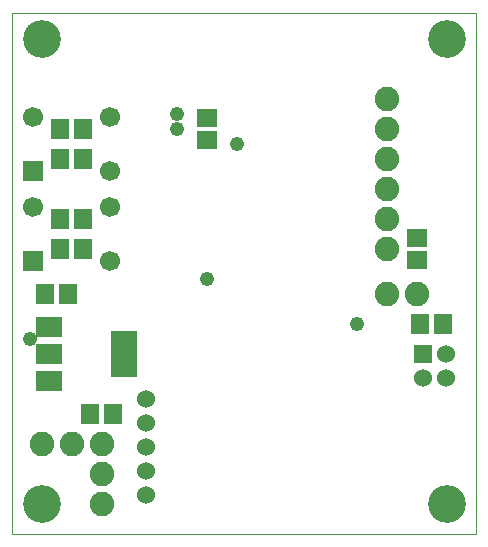
<source format=gbs>
G75*
%MOIN*%
%OFA0B0*%
%FSLAX25Y25*%
%IPPOS*%
%LPD*%
%AMOC8*
5,1,8,0,0,1.08239X$1,22.5*
%
%ADD10C,0.00000*%
%ADD11C,0.12611*%
%ADD12C,0.08200*%
%ADD13C,0.06698*%
%ADD14R,0.06698X0.06698*%
%ADD15R,0.05918X0.06706*%
%ADD16R,0.06706X0.05918*%
%ADD17R,0.06000X0.06000*%
%ADD18C,0.06000*%
%ADD19R,0.08674X0.06706*%
%ADD20R,0.08674X0.15761*%
%ADD21C,0.04762*%
D10*
X0001500Y0001500D02*
X0001500Y0175201D01*
X0156421Y0175201D01*
X0156421Y0001500D01*
X0001500Y0001500D01*
X0005595Y0011500D02*
X0005597Y0011653D01*
X0005603Y0011806D01*
X0005613Y0011959D01*
X0005627Y0012112D01*
X0005645Y0012264D01*
X0005667Y0012416D01*
X0005692Y0012567D01*
X0005722Y0012718D01*
X0005755Y0012867D01*
X0005793Y0013016D01*
X0005834Y0013164D01*
X0005879Y0013310D01*
X0005928Y0013455D01*
X0005981Y0013599D01*
X0006037Y0013742D01*
X0006097Y0013883D01*
X0006161Y0014023D01*
X0006228Y0014160D01*
X0006299Y0014296D01*
X0006373Y0014430D01*
X0006451Y0014562D01*
X0006532Y0014692D01*
X0006617Y0014820D01*
X0006705Y0014946D01*
X0006796Y0015069D01*
X0006890Y0015190D01*
X0006987Y0015309D01*
X0007088Y0015425D01*
X0007191Y0015538D01*
X0007298Y0015648D01*
X0007407Y0015756D01*
X0007518Y0015861D01*
X0007633Y0015963D01*
X0007750Y0016062D01*
X0007870Y0016157D01*
X0007992Y0016250D01*
X0008117Y0016340D01*
X0008243Y0016426D01*
X0008372Y0016509D01*
X0008503Y0016588D01*
X0008636Y0016664D01*
X0008771Y0016737D01*
X0008908Y0016806D01*
X0009047Y0016871D01*
X0009187Y0016933D01*
X0009329Y0016991D01*
X0009472Y0017046D01*
X0009617Y0017097D01*
X0009763Y0017144D01*
X0009910Y0017187D01*
X0010058Y0017226D01*
X0010207Y0017262D01*
X0010357Y0017293D01*
X0010508Y0017321D01*
X0010660Y0017345D01*
X0010812Y0017365D01*
X0010964Y0017381D01*
X0011117Y0017393D01*
X0011270Y0017401D01*
X0011423Y0017405D01*
X0011577Y0017405D01*
X0011730Y0017401D01*
X0011883Y0017393D01*
X0012036Y0017381D01*
X0012188Y0017365D01*
X0012340Y0017345D01*
X0012492Y0017321D01*
X0012643Y0017293D01*
X0012793Y0017262D01*
X0012942Y0017226D01*
X0013090Y0017187D01*
X0013237Y0017144D01*
X0013383Y0017097D01*
X0013528Y0017046D01*
X0013671Y0016991D01*
X0013813Y0016933D01*
X0013953Y0016871D01*
X0014092Y0016806D01*
X0014229Y0016737D01*
X0014364Y0016664D01*
X0014497Y0016588D01*
X0014628Y0016509D01*
X0014757Y0016426D01*
X0014883Y0016340D01*
X0015008Y0016250D01*
X0015130Y0016157D01*
X0015250Y0016062D01*
X0015367Y0015963D01*
X0015482Y0015861D01*
X0015593Y0015756D01*
X0015702Y0015648D01*
X0015809Y0015538D01*
X0015912Y0015425D01*
X0016013Y0015309D01*
X0016110Y0015190D01*
X0016204Y0015069D01*
X0016295Y0014946D01*
X0016383Y0014820D01*
X0016468Y0014692D01*
X0016549Y0014562D01*
X0016627Y0014430D01*
X0016701Y0014296D01*
X0016772Y0014160D01*
X0016839Y0014023D01*
X0016903Y0013883D01*
X0016963Y0013742D01*
X0017019Y0013599D01*
X0017072Y0013455D01*
X0017121Y0013310D01*
X0017166Y0013164D01*
X0017207Y0013016D01*
X0017245Y0012867D01*
X0017278Y0012718D01*
X0017308Y0012567D01*
X0017333Y0012416D01*
X0017355Y0012264D01*
X0017373Y0012112D01*
X0017387Y0011959D01*
X0017397Y0011806D01*
X0017403Y0011653D01*
X0017405Y0011500D01*
X0017403Y0011347D01*
X0017397Y0011194D01*
X0017387Y0011041D01*
X0017373Y0010888D01*
X0017355Y0010736D01*
X0017333Y0010584D01*
X0017308Y0010433D01*
X0017278Y0010282D01*
X0017245Y0010133D01*
X0017207Y0009984D01*
X0017166Y0009836D01*
X0017121Y0009690D01*
X0017072Y0009545D01*
X0017019Y0009401D01*
X0016963Y0009258D01*
X0016903Y0009117D01*
X0016839Y0008977D01*
X0016772Y0008840D01*
X0016701Y0008704D01*
X0016627Y0008570D01*
X0016549Y0008438D01*
X0016468Y0008308D01*
X0016383Y0008180D01*
X0016295Y0008054D01*
X0016204Y0007931D01*
X0016110Y0007810D01*
X0016013Y0007691D01*
X0015912Y0007575D01*
X0015809Y0007462D01*
X0015702Y0007352D01*
X0015593Y0007244D01*
X0015482Y0007139D01*
X0015367Y0007037D01*
X0015250Y0006938D01*
X0015130Y0006843D01*
X0015008Y0006750D01*
X0014883Y0006660D01*
X0014757Y0006574D01*
X0014628Y0006491D01*
X0014497Y0006412D01*
X0014364Y0006336D01*
X0014229Y0006263D01*
X0014092Y0006194D01*
X0013953Y0006129D01*
X0013813Y0006067D01*
X0013671Y0006009D01*
X0013528Y0005954D01*
X0013383Y0005903D01*
X0013237Y0005856D01*
X0013090Y0005813D01*
X0012942Y0005774D01*
X0012793Y0005738D01*
X0012643Y0005707D01*
X0012492Y0005679D01*
X0012340Y0005655D01*
X0012188Y0005635D01*
X0012036Y0005619D01*
X0011883Y0005607D01*
X0011730Y0005599D01*
X0011577Y0005595D01*
X0011423Y0005595D01*
X0011270Y0005599D01*
X0011117Y0005607D01*
X0010964Y0005619D01*
X0010812Y0005635D01*
X0010660Y0005655D01*
X0010508Y0005679D01*
X0010357Y0005707D01*
X0010207Y0005738D01*
X0010058Y0005774D01*
X0009910Y0005813D01*
X0009763Y0005856D01*
X0009617Y0005903D01*
X0009472Y0005954D01*
X0009329Y0006009D01*
X0009187Y0006067D01*
X0009047Y0006129D01*
X0008908Y0006194D01*
X0008771Y0006263D01*
X0008636Y0006336D01*
X0008503Y0006412D01*
X0008372Y0006491D01*
X0008243Y0006574D01*
X0008117Y0006660D01*
X0007992Y0006750D01*
X0007870Y0006843D01*
X0007750Y0006938D01*
X0007633Y0007037D01*
X0007518Y0007139D01*
X0007407Y0007244D01*
X0007298Y0007352D01*
X0007191Y0007462D01*
X0007088Y0007575D01*
X0006987Y0007691D01*
X0006890Y0007810D01*
X0006796Y0007931D01*
X0006705Y0008054D01*
X0006617Y0008180D01*
X0006532Y0008308D01*
X0006451Y0008438D01*
X0006373Y0008570D01*
X0006299Y0008704D01*
X0006228Y0008840D01*
X0006161Y0008977D01*
X0006097Y0009117D01*
X0006037Y0009258D01*
X0005981Y0009401D01*
X0005928Y0009545D01*
X0005879Y0009690D01*
X0005834Y0009836D01*
X0005793Y0009984D01*
X0005755Y0010133D01*
X0005722Y0010282D01*
X0005692Y0010433D01*
X0005667Y0010584D01*
X0005645Y0010736D01*
X0005627Y0010888D01*
X0005613Y0011041D01*
X0005603Y0011194D01*
X0005597Y0011347D01*
X0005595Y0011500D01*
X0005595Y0166500D02*
X0005597Y0166653D01*
X0005603Y0166806D01*
X0005613Y0166959D01*
X0005627Y0167112D01*
X0005645Y0167264D01*
X0005667Y0167416D01*
X0005692Y0167567D01*
X0005722Y0167718D01*
X0005755Y0167867D01*
X0005793Y0168016D01*
X0005834Y0168164D01*
X0005879Y0168310D01*
X0005928Y0168455D01*
X0005981Y0168599D01*
X0006037Y0168742D01*
X0006097Y0168883D01*
X0006161Y0169023D01*
X0006228Y0169160D01*
X0006299Y0169296D01*
X0006373Y0169430D01*
X0006451Y0169562D01*
X0006532Y0169692D01*
X0006617Y0169820D01*
X0006705Y0169946D01*
X0006796Y0170069D01*
X0006890Y0170190D01*
X0006987Y0170309D01*
X0007088Y0170425D01*
X0007191Y0170538D01*
X0007298Y0170648D01*
X0007407Y0170756D01*
X0007518Y0170861D01*
X0007633Y0170963D01*
X0007750Y0171062D01*
X0007870Y0171157D01*
X0007992Y0171250D01*
X0008117Y0171340D01*
X0008243Y0171426D01*
X0008372Y0171509D01*
X0008503Y0171588D01*
X0008636Y0171664D01*
X0008771Y0171737D01*
X0008908Y0171806D01*
X0009047Y0171871D01*
X0009187Y0171933D01*
X0009329Y0171991D01*
X0009472Y0172046D01*
X0009617Y0172097D01*
X0009763Y0172144D01*
X0009910Y0172187D01*
X0010058Y0172226D01*
X0010207Y0172262D01*
X0010357Y0172293D01*
X0010508Y0172321D01*
X0010660Y0172345D01*
X0010812Y0172365D01*
X0010964Y0172381D01*
X0011117Y0172393D01*
X0011270Y0172401D01*
X0011423Y0172405D01*
X0011577Y0172405D01*
X0011730Y0172401D01*
X0011883Y0172393D01*
X0012036Y0172381D01*
X0012188Y0172365D01*
X0012340Y0172345D01*
X0012492Y0172321D01*
X0012643Y0172293D01*
X0012793Y0172262D01*
X0012942Y0172226D01*
X0013090Y0172187D01*
X0013237Y0172144D01*
X0013383Y0172097D01*
X0013528Y0172046D01*
X0013671Y0171991D01*
X0013813Y0171933D01*
X0013953Y0171871D01*
X0014092Y0171806D01*
X0014229Y0171737D01*
X0014364Y0171664D01*
X0014497Y0171588D01*
X0014628Y0171509D01*
X0014757Y0171426D01*
X0014883Y0171340D01*
X0015008Y0171250D01*
X0015130Y0171157D01*
X0015250Y0171062D01*
X0015367Y0170963D01*
X0015482Y0170861D01*
X0015593Y0170756D01*
X0015702Y0170648D01*
X0015809Y0170538D01*
X0015912Y0170425D01*
X0016013Y0170309D01*
X0016110Y0170190D01*
X0016204Y0170069D01*
X0016295Y0169946D01*
X0016383Y0169820D01*
X0016468Y0169692D01*
X0016549Y0169562D01*
X0016627Y0169430D01*
X0016701Y0169296D01*
X0016772Y0169160D01*
X0016839Y0169023D01*
X0016903Y0168883D01*
X0016963Y0168742D01*
X0017019Y0168599D01*
X0017072Y0168455D01*
X0017121Y0168310D01*
X0017166Y0168164D01*
X0017207Y0168016D01*
X0017245Y0167867D01*
X0017278Y0167718D01*
X0017308Y0167567D01*
X0017333Y0167416D01*
X0017355Y0167264D01*
X0017373Y0167112D01*
X0017387Y0166959D01*
X0017397Y0166806D01*
X0017403Y0166653D01*
X0017405Y0166500D01*
X0017403Y0166347D01*
X0017397Y0166194D01*
X0017387Y0166041D01*
X0017373Y0165888D01*
X0017355Y0165736D01*
X0017333Y0165584D01*
X0017308Y0165433D01*
X0017278Y0165282D01*
X0017245Y0165133D01*
X0017207Y0164984D01*
X0017166Y0164836D01*
X0017121Y0164690D01*
X0017072Y0164545D01*
X0017019Y0164401D01*
X0016963Y0164258D01*
X0016903Y0164117D01*
X0016839Y0163977D01*
X0016772Y0163840D01*
X0016701Y0163704D01*
X0016627Y0163570D01*
X0016549Y0163438D01*
X0016468Y0163308D01*
X0016383Y0163180D01*
X0016295Y0163054D01*
X0016204Y0162931D01*
X0016110Y0162810D01*
X0016013Y0162691D01*
X0015912Y0162575D01*
X0015809Y0162462D01*
X0015702Y0162352D01*
X0015593Y0162244D01*
X0015482Y0162139D01*
X0015367Y0162037D01*
X0015250Y0161938D01*
X0015130Y0161843D01*
X0015008Y0161750D01*
X0014883Y0161660D01*
X0014757Y0161574D01*
X0014628Y0161491D01*
X0014497Y0161412D01*
X0014364Y0161336D01*
X0014229Y0161263D01*
X0014092Y0161194D01*
X0013953Y0161129D01*
X0013813Y0161067D01*
X0013671Y0161009D01*
X0013528Y0160954D01*
X0013383Y0160903D01*
X0013237Y0160856D01*
X0013090Y0160813D01*
X0012942Y0160774D01*
X0012793Y0160738D01*
X0012643Y0160707D01*
X0012492Y0160679D01*
X0012340Y0160655D01*
X0012188Y0160635D01*
X0012036Y0160619D01*
X0011883Y0160607D01*
X0011730Y0160599D01*
X0011577Y0160595D01*
X0011423Y0160595D01*
X0011270Y0160599D01*
X0011117Y0160607D01*
X0010964Y0160619D01*
X0010812Y0160635D01*
X0010660Y0160655D01*
X0010508Y0160679D01*
X0010357Y0160707D01*
X0010207Y0160738D01*
X0010058Y0160774D01*
X0009910Y0160813D01*
X0009763Y0160856D01*
X0009617Y0160903D01*
X0009472Y0160954D01*
X0009329Y0161009D01*
X0009187Y0161067D01*
X0009047Y0161129D01*
X0008908Y0161194D01*
X0008771Y0161263D01*
X0008636Y0161336D01*
X0008503Y0161412D01*
X0008372Y0161491D01*
X0008243Y0161574D01*
X0008117Y0161660D01*
X0007992Y0161750D01*
X0007870Y0161843D01*
X0007750Y0161938D01*
X0007633Y0162037D01*
X0007518Y0162139D01*
X0007407Y0162244D01*
X0007298Y0162352D01*
X0007191Y0162462D01*
X0007088Y0162575D01*
X0006987Y0162691D01*
X0006890Y0162810D01*
X0006796Y0162931D01*
X0006705Y0163054D01*
X0006617Y0163180D01*
X0006532Y0163308D01*
X0006451Y0163438D01*
X0006373Y0163570D01*
X0006299Y0163704D01*
X0006228Y0163840D01*
X0006161Y0163977D01*
X0006097Y0164117D01*
X0006037Y0164258D01*
X0005981Y0164401D01*
X0005928Y0164545D01*
X0005879Y0164690D01*
X0005834Y0164836D01*
X0005793Y0164984D01*
X0005755Y0165133D01*
X0005722Y0165282D01*
X0005692Y0165433D01*
X0005667Y0165584D01*
X0005645Y0165736D01*
X0005627Y0165888D01*
X0005613Y0166041D01*
X0005603Y0166194D01*
X0005597Y0166347D01*
X0005595Y0166500D01*
X0140595Y0166500D02*
X0140597Y0166653D01*
X0140603Y0166806D01*
X0140613Y0166959D01*
X0140627Y0167112D01*
X0140645Y0167264D01*
X0140667Y0167416D01*
X0140692Y0167567D01*
X0140722Y0167718D01*
X0140755Y0167867D01*
X0140793Y0168016D01*
X0140834Y0168164D01*
X0140879Y0168310D01*
X0140928Y0168455D01*
X0140981Y0168599D01*
X0141037Y0168742D01*
X0141097Y0168883D01*
X0141161Y0169023D01*
X0141228Y0169160D01*
X0141299Y0169296D01*
X0141373Y0169430D01*
X0141451Y0169562D01*
X0141532Y0169692D01*
X0141617Y0169820D01*
X0141705Y0169946D01*
X0141796Y0170069D01*
X0141890Y0170190D01*
X0141987Y0170309D01*
X0142088Y0170425D01*
X0142191Y0170538D01*
X0142298Y0170648D01*
X0142407Y0170756D01*
X0142518Y0170861D01*
X0142633Y0170963D01*
X0142750Y0171062D01*
X0142870Y0171157D01*
X0142992Y0171250D01*
X0143117Y0171340D01*
X0143243Y0171426D01*
X0143372Y0171509D01*
X0143503Y0171588D01*
X0143636Y0171664D01*
X0143771Y0171737D01*
X0143908Y0171806D01*
X0144047Y0171871D01*
X0144187Y0171933D01*
X0144329Y0171991D01*
X0144472Y0172046D01*
X0144617Y0172097D01*
X0144763Y0172144D01*
X0144910Y0172187D01*
X0145058Y0172226D01*
X0145207Y0172262D01*
X0145357Y0172293D01*
X0145508Y0172321D01*
X0145660Y0172345D01*
X0145812Y0172365D01*
X0145964Y0172381D01*
X0146117Y0172393D01*
X0146270Y0172401D01*
X0146423Y0172405D01*
X0146577Y0172405D01*
X0146730Y0172401D01*
X0146883Y0172393D01*
X0147036Y0172381D01*
X0147188Y0172365D01*
X0147340Y0172345D01*
X0147492Y0172321D01*
X0147643Y0172293D01*
X0147793Y0172262D01*
X0147942Y0172226D01*
X0148090Y0172187D01*
X0148237Y0172144D01*
X0148383Y0172097D01*
X0148528Y0172046D01*
X0148671Y0171991D01*
X0148813Y0171933D01*
X0148953Y0171871D01*
X0149092Y0171806D01*
X0149229Y0171737D01*
X0149364Y0171664D01*
X0149497Y0171588D01*
X0149628Y0171509D01*
X0149757Y0171426D01*
X0149883Y0171340D01*
X0150008Y0171250D01*
X0150130Y0171157D01*
X0150250Y0171062D01*
X0150367Y0170963D01*
X0150482Y0170861D01*
X0150593Y0170756D01*
X0150702Y0170648D01*
X0150809Y0170538D01*
X0150912Y0170425D01*
X0151013Y0170309D01*
X0151110Y0170190D01*
X0151204Y0170069D01*
X0151295Y0169946D01*
X0151383Y0169820D01*
X0151468Y0169692D01*
X0151549Y0169562D01*
X0151627Y0169430D01*
X0151701Y0169296D01*
X0151772Y0169160D01*
X0151839Y0169023D01*
X0151903Y0168883D01*
X0151963Y0168742D01*
X0152019Y0168599D01*
X0152072Y0168455D01*
X0152121Y0168310D01*
X0152166Y0168164D01*
X0152207Y0168016D01*
X0152245Y0167867D01*
X0152278Y0167718D01*
X0152308Y0167567D01*
X0152333Y0167416D01*
X0152355Y0167264D01*
X0152373Y0167112D01*
X0152387Y0166959D01*
X0152397Y0166806D01*
X0152403Y0166653D01*
X0152405Y0166500D01*
X0152403Y0166347D01*
X0152397Y0166194D01*
X0152387Y0166041D01*
X0152373Y0165888D01*
X0152355Y0165736D01*
X0152333Y0165584D01*
X0152308Y0165433D01*
X0152278Y0165282D01*
X0152245Y0165133D01*
X0152207Y0164984D01*
X0152166Y0164836D01*
X0152121Y0164690D01*
X0152072Y0164545D01*
X0152019Y0164401D01*
X0151963Y0164258D01*
X0151903Y0164117D01*
X0151839Y0163977D01*
X0151772Y0163840D01*
X0151701Y0163704D01*
X0151627Y0163570D01*
X0151549Y0163438D01*
X0151468Y0163308D01*
X0151383Y0163180D01*
X0151295Y0163054D01*
X0151204Y0162931D01*
X0151110Y0162810D01*
X0151013Y0162691D01*
X0150912Y0162575D01*
X0150809Y0162462D01*
X0150702Y0162352D01*
X0150593Y0162244D01*
X0150482Y0162139D01*
X0150367Y0162037D01*
X0150250Y0161938D01*
X0150130Y0161843D01*
X0150008Y0161750D01*
X0149883Y0161660D01*
X0149757Y0161574D01*
X0149628Y0161491D01*
X0149497Y0161412D01*
X0149364Y0161336D01*
X0149229Y0161263D01*
X0149092Y0161194D01*
X0148953Y0161129D01*
X0148813Y0161067D01*
X0148671Y0161009D01*
X0148528Y0160954D01*
X0148383Y0160903D01*
X0148237Y0160856D01*
X0148090Y0160813D01*
X0147942Y0160774D01*
X0147793Y0160738D01*
X0147643Y0160707D01*
X0147492Y0160679D01*
X0147340Y0160655D01*
X0147188Y0160635D01*
X0147036Y0160619D01*
X0146883Y0160607D01*
X0146730Y0160599D01*
X0146577Y0160595D01*
X0146423Y0160595D01*
X0146270Y0160599D01*
X0146117Y0160607D01*
X0145964Y0160619D01*
X0145812Y0160635D01*
X0145660Y0160655D01*
X0145508Y0160679D01*
X0145357Y0160707D01*
X0145207Y0160738D01*
X0145058Y0160774D01*
X0144910Y0160813D01*
X0144763Y0160856D01*
X0144617Y0160903D01*
X0144472Y0160954D01*
X0144329Y0161009D01*
X0144187Y0161067D01*
X0144047Y0161129D01*
X0143908Y0161194D01*
X0143771Y0161263D01*
X0143636Y0161336D01*
X0143503Y0161412D01*
X0143372Y0161491D01*
X0143243Y0161574D01*
X0143117Y0161660D01*
X0142992Y0161750D01*
X0142870Y0161843D01*
X0142750Y0161938D01*
X0142633Y0162037D01*
X0142518Y0162139D01*
X0142407Y0162244D01*
X0142298Y0162352D01*
X0142191Y0162462D01*
X0142088Y0162575D01*
X0141987Y0162691D01*
X0141890Y0162810D01*
X0141796Y0162931D01*
X0141705Y0163054D01*
X0141617Y0163180D01*
X0141532Y0163308D01*
X0141451Y0163438D01*
X0141373Y0163570D01*
X0141299Y0163704D01*
X0141228Y0163840D01*
X0141161Y0163977D01*
X0141097Y0164117D01*
X0141037Y0164258D01*
X0140981Y0164401D01*
X0140928Y0164545D01*
X0140879Y0164690D01*
X0140834Y0164836D01*
X0140793Y0164984D01*
X0140755Y0165133D01*
X0140722Y0165282D01*
X0140692Y0165433D01*
X0140667Y0165584D01*
X0140645Y0165736D01*
X0140627Y0165888D01*
X0140613Y0166041D01*
X0140603Y0166194D01*
X0140597Y0166347D01*
X0140595Y0166500D01*
X0140595Y0011500D02*
X0140597Y0011653D01*
X0140603Y0011806D01*
X0140613Y0011959D01*
X0140627Y0012112D01*
X0140645Y0012264D01*
X0140667Y0012416D01*
X0140692Y0012567D01*
X0140722Y0012718D01*
X0140755Y0012867D01*
X0140793Y0013016D01*
X0140834Y0013164D01*
X0140879Y0013310D01*
X0140928Y0013455D01*
X0140981Y0013599D01*
X0141037Y0013742D01*
X0141097Y0013883D01*
X0141161Y0014023D01*
X0141228Y0014160D01*
X0141299Y0014296D01*
X0141373Y0014430D01*
X0141451Y0014562D01*
X0141532Y0014692D01*
X0141617Y0014820D01*
X0141705Y0014946D01*
X0141796Y0015069D01*
X0141890Y0015190D01*
X0141987Y0015309D01*
X0142088Y0015425D01*
X0142191Y0015538D01*
X0142298Y0015648D01*
X0142407Y0015756D01*
X0142518Y0015861D01*
X0142633Y0015963D01*
X0142750Y0016062D01*
X0142870Y0016157D01*
X0142992Y0016250D01*
X0143117Y0016340D01*
X0143243Y0016426D01*
X0143372Y0016509D01*
X0143503Y0016588D01*
X0143636Y0016664D01*
X0143771Y0016737D01*
X0143908Y0016806D01*
X0144047Y0016871D01*
X0144187Y0016933D01*
X0144329Y0016991D01*
X0144472Y0017046D01*
X0144617Y0017097D01*
X0144763Y0017144D01*
X0144910Y0017187D01*
X0145058Y0017226D01*
X0145207Y0017262D01*
X0145357Y0017293D01*
X0145508Y0017321D01*
X0145660Y0017345D01*
X0145812Y0017365D01*
X0145964Y0017381D01*
X0146117Y0017393D01*
X0146270Y0017401D01*
X0146423Y0017405D01*
X0146577Y0017405D01*
X0146730Y0017401D01*
X0146883Y0017393D01*
X0147036Y0017381D01*
X0147188Y0017365D01*
X0147340Y0017345D01*
X0147492Y0017321D01*
X0147643Y0017293D01*
X0147793Y0017262D01*
X0147942Y0017226D01*
X0148090Y0017187D01*
X0148237Y0017144D01*
X0148383Y0017097D01*
X0148528Y0017046D01*
X0148671Y0016991D01*
X0148813Y0016933D01*
X0148953Y0016871D01*
X0149092Y0016806D01*
X0149229Y0016737D01*
X0149364Y0016664D01*
X0149497Y0016588D01*
X0149628Y0016509D01*
X0149757Y0016426D01*
X0149883Y0016340D01*
X0150008Y0016250D01*
X0150130Y0016157D01*
X0150250Y0016062D01*
X0150367Y0015963D01*
X0150482Y0015861D01*
X0150593Y0015756D01*
X0150702Y0015648D01*
X0150809Y0015538D01*
X0150912Y0015425D01*
X0151013Y0015309D01*
X0151110Y0015190D01*
X0151204Y0015069D01*
X0151295Y0014946D01*
X0151383Y0014820D01*
X0151468Y0014692D01*
X0151549Y0014562D01*
X0151627Y0014430D01*
X0151701Y0014296D01*
X0151772Y0014160D01*
X0151839Y0014023D01*
X0151903Y0013883D01*
X0151963Y0013742D01*
X0152019Y0013599D01*
X0152072Y0013455D01*
X0152121Y0013310D01*
X0152166Y0013164D01*
X0152207Y0013016D01*
X0152245Y0012867D01*
X0152278Y0012718D01*
X0152308Y0012567D01*
X0152333Y0012416D01*
X0152355Y0012264D01*
X0152373Y0012112D01*
X0152387Y0011959D01*
X0152397Y0011806D01*
X0152403Y0011653D01*
X0152405Y0011500D01*
X0152403Y0011347D01*
X0152397Y0011194D01*
X0152387Y0011041D01*
X0152373Y0010888D01*
X0152355Y0010736D01*
X0152333Y0010584D01*
X0152308Y0010433D01*
X0152278Y0010282D01*
X0152245Y0010133D01*
X0152207Y0009984D01*
X0152166Y0009836D01*
X0152121Y0009690D01*
X0152072Y0009545D01*
X0152019Y0009401D01*
X0151963Y0009258D01*
X0151903Y0009117D01*
X0151839Y0008977D01*
X0151772Y0008840D01*
X0151701Y0008704D01*
X0151627Y0008570D01*
X0151549Y0008438D01*
X0151468Y0008308D01*
X0151383Y0008180D01*
X0151295Y0008054D01*
X0151204Y0007931D01*
X0151110Y0007810D01*
X0151013Y0007691D01*
X0150912Y0007575D01*
X0150809Y0007462D01*
X0150702Y0007352D01*
X0150593Y0007244D01*
X0150482Y0007139D01*
X0150367Y0007037D01*
X0150250Y0006938D01*
X0150130Y0006843D01*
X0150008Y0006750D01*
X0149883Y0006660D01*
X0149757Y0006574D01*
X0149628Y0006491D01*
X0149497Y0006412D01*
X0149364Y0006336D01*
X0149229Y0006263D01*
X0149092Y0006194D01*
X0148953Y0006129D01*
X0148813Y0006067D01*
X0148671Y0006009D01*
X0148528Y0005954D01*
X0148383Y0005903D01*
X0148237Y0005856D01*
X0148090Y0005813D01*
X0147942Y0005774D01*
X0147793Y0005738D01*
X0147643Y0005707D01*
X0147492Y0005679D01*
X0147340Y0005655D01*
X0147188Y0005635D01*
X0147036Y0005619D01*
X0146883Y0005607D01*
X0146730Y0005599D01*
X0146577Y0005595D01*
X0146423Y0005595D01*
X0146270Y0005599D01*
X0146117Y0005607D01*
X0145964Y0005619D01*
X0145812Y0005635D01*
X0145660Y0005655D01*
X0145508Y0005679D01*
X0145357Y0005707D01*
X0145207Y0005738D01*
X0145058Y0005774D01*
X0144910Y0005813D01*
X0144763Y0005856D01*
X0144617Y0005903D01*
X0144472Y0005954D01*
X0144329Y0006009D01*
X0144187Y0006067D01*
X0144047Y0006129D01*
X0143908Y0006194D01*
X0143771Y0006263D01*
X0143636Y0006336D01*
X0143503Y0006412D01*
X0143372Y0006491D01*
X0143243Y0006574D01*
X0143117Y0006660D01*
X0142992Y0006750D01*
X0142870Y0006843D01*
X0142750Y0006938D01*
X0142633Y0007037D01*
X0142518Y0007139D01*
X0142407Y0007244D01*
X0142298Y0007352D01*
X0142191Y0007462D01*
X0142088Y0007575D01*
X0141987Y0007691D01*
X0141890Y0007810D01*
X0141796Y0007931D01*
X0141705Y0008054D01*
X0141617Y0008180D01*
X0141532Y0008308D01*
X0141451Y0008438D01*
X0141373Y0008570D01*
X0141299Y0008704D01*
X0141228Y0008840D01*
X0141161Y0008977D01*
X0141097Y0009117D01*
X0141037Y0009258D01*
X0140981Y0009401D01*
X0140928Y0009545D01*
X0140879Y0009690D01*
X0140834Y0009836D01*
X0140793Y0009984D01*
X0140755Y0010133D01*
X0140722Y0010282D01*
X0140692Y0010433D01*
X0140667Y0010584D01*
X0140645Y0010736D01*
X0140627Y0010888D01*
X0140613Y0011041D01*
X0140603Y0011194D01*
X0140597Y0011347D01*
X0140595Y0011500D01*
D11*
X0146500Y0011500D03*
X0011500Y0011500D03*
X0011500Y0166500D03*
X0146500Y0166500D03*
D12*
X0126500Y0146500D03*
X0126500Y0136500D03*
X0126500Y0126500D03*
X0126500Y0116500D03*
X0126500Y0106500D03*
X0126500Y0096500D03*
X0126500Y0081500D03*
X0136500Y0081500D03*
X0031500Y0031500D03*
X0031500Y0021500D03*
X0031500Y0011500D03*
X0021500Y0031500D03*
X0011500Y0031500D03*
D13*
X0034295Y0092642D03*
X0034295Y0110358D03*
X0034295Y0122642D03*
X0034295Y0140358D03*
X0008705Y0140358D03*
X0008705Y0110358D03*
D14*
X0008705Y0122642D03*
X0008705Y0092642D03*
D15*
X0017760Y0096500D03*
X0025240Y0096500D03*
X0025240Y0106500D03*
X0017760Y0106500D03*
X0017760Y0126500D03*
X0025240Y0126500D03*
X0025240Y0136500D03*
X0017760Y0136500D03*
X0020240Y0081500D03*
X0012760Y0081500D03*
X0027760Y0041500D03*
X0035240Y0041500D03*
X0137760Y0071500D03*
X0145240Y0071500D03*
D16*
X0136500Y0092760D03*
X0136500Y0100240D03*
X0066500Y0132760D03*
X0066500Y0140240D03*
D17*
X0138563Y0061500D03*
D18*
X0138563Y0053626D03*
X0146437Y0053626D03*
X0146437Y0061500D03*
X0046437Y0046626D03*
X0046437Y0038500D03*
X0046437Y0030626D03*
X0046437Y0022500D03*
X0046437Y0014626D03*
D19*
X0014098Y0052445D03*
X0014098Y0061500D03*
X0014098Y0070555D03*
D20*
X0038902Y0061500D03*
D21*
X0066500Y0086500D03*
X0076500Y0131500D03*
X0056500Y0136500D03*
X0056500Y0141500D03*
X0116500Y0071500D03*
X0007481Y0066500D03*
M02*

</source>
